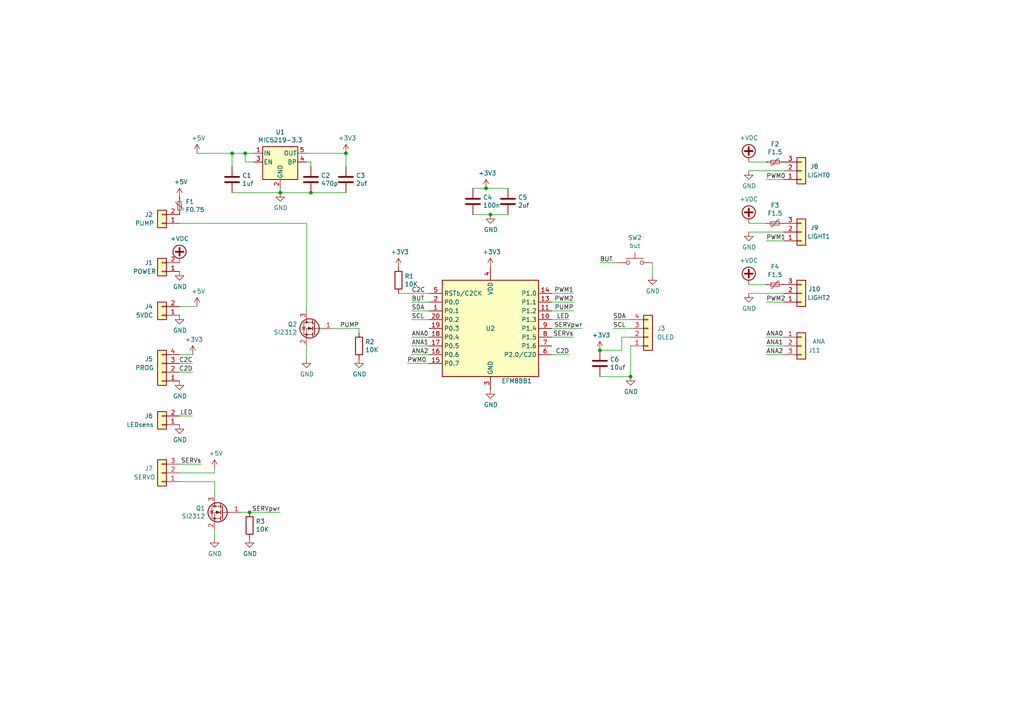
<source format=kicad_sch>
(kicad_sch (version 20230121) (generator eeschema)
  (paper "A4")
  (lib_symbols
    (symbol "AutoWaterLight-rescue:MIC5219-2.8-Regulator_Linear" (pin_names (offset 0.254))
      (property "Reference" "U" (at -3.81 5.715 0))
      (property "Value" "Regulator_Linear_MIC5219-2.8" (at 0 5.715 0))
      (symbol "MIC5219-2.8-Regulator_Linear_0_1"
        (rectangle (start -5.08 4.445) (end 5.08 -5.08) (stroke (width 0.254)) (fill (type background)))
      )
      (symbol "MIC5219-2.8-Regulator_Linear_1_1"
        (pin power_in line (at -7.62 2.54 0) (length 2.54) (name "IN") (number "1"))
        (pin power_in line (at 0 -7.62 90) (length 2.54) (name "GND") (number "2"))
        (pin input line (at -7.62 0 0) (length 2.54) (name "EN") (number "3"))
        (pin input line (at 7.62 0 180) (length 2.54) (name "BP") (number "4"))
        (pin power_out line (at 7.62 2.54 180) (length 2.54) (name "OUT") (number "5"))
      )
    )
    (symbol "Connector_Generic:Conn_01x02" (pin_names (offset 1.016) hide)
      (property "Reference" "J" (at 0 2.54 0))
      (property "Value" "Conn_01x02" (at 0 -5.08 0))
      (symbol "Conn_01x02_1_1"
        (rectangle (start -1.27 -2.413) (end 0 -2.667) (stroke (width 0.1524)))
        (rectangle (start -1.27 0.127) (end 0 -0.127) (stroke (width 0.1524)))
        (rectangle (start -1.27 1.27) (end 1.27 -3.81) (stroke (width 0.254)) (fill (type background)))
        (pin passive line (at -5.08 0 0) (length 3.81) (name "Pin_1") (number "1"))
        (pin passive line (at -5.08 -2.54 0) (length 3.81) (name "Pin_2") (number "2"))
      )
    )
    (symbol "Connector_Generic:Conn_01x03" (pin_names (offset 1.016) hide)
      (property "Reference" "J" (at 0 5.08 0))
      (property "Value" "Conn_01x03" (at 0 -5.08 0))
      (symbol "Conn_01x03_1_1"
        (rectangle (start -1.27 -2.413) (end 0 -2.667) (stroke (width 0.1524)))
        (rectangle (start -1.27 0.127) (end 0 -0.127) (stroke (width 0.1524)))
        (rectangle (start -1.27 2.667) (end 0 2.413) (stroke (width 0.1524)))
        (rectangle (start -1.27 3.81) (end 1.27 -3.81) (stroke (width 0.254)) (fill (type background)))
        (pin passive line (at -5.08 2.54 0) (length 3.81) (name "Pin_1") (number "1"))
        (pin passive line (at -5.08 0 0) (length 3.81) (name "Pin_2") (number "2"))
        (pin passive line (at -5.08 -2.54 0) (length 3.81) (name "Pin_3") (number "3"))
      )
    )
    (symbol "Connector_Generic:Conn_01x04" (pin_names (offset 1.016) hide)
      (property "Reference" "J" (at 0 5.08 0))
      (property "Value" "Conn_01x04" (at 0 -7.62 0))
      (symbol "Conn_01x04_1_1"
        (rectangle (start -1.27 -4.953) (end 0 -5.207) (stroke (width 0.1524)))
        (rectangle (start -1.27 -2.413) (end 0 -2.667) (stroke (width 0.1524)))
        (rectangle (start -1.27 0.127) (end 0 -0.127) (stroke (width 0.1524)))
        (rectangle (start -1.27 2.667) (end 0 2.413) (stroke (width 0.1524)))
        (rectangle (start -1.27 3.81) (end 1.27 -6.35) (stroke (width 0.254)) (fill (type background)))
        (pin passive line (at -5.08 2.54 0) (length 3.81) (name "Pin_1") (number "1"))
        (pin passive line (at -5.08 0 0) (length 3.81) (name "Pin_2") (number "2"))
        (pin passive line (at -5.08 -2.54 0) (length 3.81) (name "Pin_3") (number "3"))
        (pin passive line (at -5.08 -5.08 0) (length 3.81) (name "Pin_4") (number "4"))
      )
    )
    (symbol "Device:C" (pin_numbers hide) (pin_names (offset 0.254))
      (property "Reference" "C" (at 0.635 2.54 0))
      (property "Value" "C" (at 0.635 -2.54 0))
      (symbol "C_0_1"
        (polyline (pts (xy -2.032 -0.762) (xy 2.032 -0.762)) (stroke (width 0.508)))
        (polyline (pts (xy -2.032 0.762) (xy 2.032 0.762)) (stroke (width 0.508)))
      )
      (symbol "C_1_1"
        (pin passive line (at 0 3.81 270) (length 2.794) (name "~") (number "1"))
        (pin passive line (at 0 -3.81 90) (length 2.794) (name "~") (number "2"))
      )
    )
    (symbol "Device:Polyfuse_Small" (pin_numbers hide) (pin_names (offset 0))
      (property "Reference" "F" (at -1.905 0 90))
      (property "Value" "Polyfuse_Small" (at 1.905 0 90))
      (symbol "Polyfuse_Small_0_1"
        (rectangle (start -0.508 1.27) (end 0.508 -1.27))
        (polyline (pts (xy 0 2.54) (xy 0 -2.54)))
        (polyline (pts (xy -1.016 1.27) (xy -1.016 0.762) (xy 1.016 -0.762) (xy 1.016 -1.27)))
      )
      (symbol "Polyfuse_Small_1_1"
        (pin passive line (at 0 2.54 270) (length 0.635) (name "~") (number "1"))
        (pin passive line (at 0 -2.54 90) (length 0.635) (name "~") (number "2"))
      )
    )
    (symbol "Device:Q_NMOS_GSD" (pin_names (offset 0) hide)
      (property "Reference" "Q" (at 5.08 1.27 0))
      (property "Value" "Q_NMOS_GSD" (at 5.08 -1.27 0))
      (symbol "Q_NMOS_GSD_0_1"
        (polyline (pts (xy 0.254 0) (xy -2.54 0)))
        (polyline (pts (xy 0.254 1.905) (xy 0.254 -1.905)) (stroke (width 0.254)))
        (polyline (pts (xy 0.762 -1.27) (xy 0.762 -2.286)) (stroke (width 0.254)))
        (polyline (pts (xy 0.762 0.508) (xy 0.762 -0.508)) (stroke (width 0.254)))
        (polyline (pts (xy 0.762 2.286) (xy 0.762 1.27)) (stroke (width 0.254)))
        (polyline (pts (xy 2.54 2.54) (xy 2.54 1.778)))
        (polyline (pts (xy 2.54 -2.54) (xy 2.54 0) (xy 0.762 0)))
        (polyline (pts (xy 0.762 -1.778) (xy 3.302 -1.778) (xy 3.302 1.778) (xy 0.762 1.778)))
        (polyline (pts (xy 1.016 0) (xy 2.032 0.381) (xy 2.032 -0.381) (xy 1.016 0)) (fill (type outline)))
        (polyline (pts (xy 2.794 0.508) (xy 2.921 0.381) (xy 3.683 0.381) (xy 3.81 0.254)))
        (polyline (pts (xy 3.302 0.381) (xy 2.921 -0.254) (xy 3.683 -0.254) (xy 3.302 0.381)))
        (circle (center 1.651 0) (radius 2.794) (stroke (width 0.254)))
        (circle (center 2.54 -1.778) (radius 0.254) (fill (type outline)))
        (circle (center 2.54 1.778) (radius 0.254) (fill (type outline)))
      )
      (symbol "Q_NMOS_GSD_1_1"
        (pin input line (at -5.08 0 0) (length 2.54) (name "G") (number "1"))
        (pin passive line (at 2.54 -5.08 90) (length 2.54) (name "S") (number "2"))
        (pin passive line (at 2.54 5.08 270) (length 2.54) (name "D") (number "3"))
      )
    )
    (symbol "Device:R" (pin_numbers hide) (pin_names (offset 0))
      (property "Reference" "R" (at 2.032 0 90))
      (property "Value" "R" (at 0 0 90))
      (symbol "R_0_1"
        (rectangle (start -1.016 -2.54) (end 1.016 2.54) (stroke (width 0.254)))
      )
      (symbol "R_1_1"
        (pin passive line (at 0 3.81 270) (length 1.27) (name "~") (number "1"))
        (pin passive line (at 0 -3.81 90) (length 1.27) (name "~") (number "2"))
      )
    )
    (symbol "MCU_SiliconLabs:EFM8BB10F4G-A-QFN20"
      (property "Reference" "U" (at -13.97 15.24 0))
      (property "Value" "EFM8BB10F4G-A-QFN20" (at 1.27 15.24 0))
      (symbol "EFM8BB10F4G-A-QFN20_0_1"
        (rectangle (start -13.97 13.97) (end 13.97 -13.97) (stroke (width 0.254)) (fill (type background)))
        (pin bidirectional line (at -17.78 5.08 0) (length 3.81) (name "P0.1") (number "1"))
        (pin bidirectional line (at 17.78 2.54 180) (length 3.81) (name "P1.3") (number "10"))
        (pin bidirectional line (at 17.78 5.08 180) (length 3.81) (name "P1.2") (number "11"))
        (pin passive line (at 0 -17.78 90) (length 3.81) hide (name "GND") (number "12"))
        (pin bidirectional line (at 17.78 7.62 180) (length 3.81) (name "P1.1") (number "13"))
        (pin bidirectional line (at 17.78 10.16 180) (length 3.81) (name "P1.0") (number "14"))
        (pin bidirectional line (at -17.78 -10.16 0) (length 3.81) (name "P0.7") (number "15"))
        (pin bidirectional line (at -17.78 -7.62 0) (length 3.81) (name "P0.6") (number "16"))
        (pin bidirectional line (at -17.78 -5.08 0) (length 3.81) (name "P0.5") (number "17"))
        (pin bidirectional line (at -17.78 -2.54 0) (length 3.81) (name "P0.4") (number "18"))
        (pin bidirectional line (at -17.78 0 0) (length 3.81) (name "P0.3") (number "19"))
        (pin bidirectional line (at -17.78 7.62 0) (length 3.81) (name "P0.0") (number "2"))
        (pin bidirectional line (at -17.78 2.54 0) (length 3.81) (name "P0.2") (number "20"))
        (pin passive line (at 0 -17.78 90) (length 3.81) hide (name "GND") (number "21"))
        (pin power_in line (at 0 -17.78 90) (length 3.81) (name "GND") (number "3"))
        (pin power_in line (at 0 17.78 270) (length 3.81) (name "VDD") (number "4"))
        (pin input line (at -17.78 10.16 0) (length 3.81) (name "RSTb/C2CK") (number "5"))
        (pin bidirectional line (at 17.78 -7.62 180) (length 3.81) (name "P2.0/C2D") (number "6"))
        (pin bidirectional line (at 17.78 -5.08 180) (length 3.81) (name "P1.6") (number "7"))
        (pin bidirectional line (at 17.78 -2.54 180) (length 3.81) (name "P1.5") (number "8"))
        (pin bidirectional line (at 17.78 0 180) (length 3.81) (name "P1.4") (number "9"))
      )
    )
    (symbol "Switch:SW_Push" (pin_numbers hide) (pin_names (offset 1.016) hide)
      (property "Reference" "SW" (at 1.27 2.54 0))
      (property "Value" "SW_Push" (at 0 -1.524 0))
      (symbol "SW_Push_0_1"
        (circle (center -2.032 0) (radius 0.508))
        (polyline (pts (xy 0 1.27) (xy 0 3.048)))
        (polyline (pts (xy 2.54 1.27) (xy -2.54 1.27)))
        (circle (center 2.032 0) (radius 0.508))
        (pin passive line (at -5.08 0 0) (length 2.54) (name "1") (number "1"))
        (pin passive line (at 5.08 0 180) (length 2.54) (name "2") (number "2"))
      )
    )
    (symbol "power:+3V3" (power) (pin_names (offset 0))
      (property "Value" "+3V3" (at 0 3.556 0))
      (symbol "+3V3_0_1"
        (polyline (pts (xy -0.762 1.27) (xy 0 2.54)))
        (polyline (pts (xy 0 0) (xy 0 2.54)))
        (polyline (pts (xy 0 2.54) (xy 0.762 1.27)))
      )
      (symbol "+3V3_1_1"
        (pin power_in line (at 0 0 90) (length 0) hide (name "+3V3") (number "1"))
      )
    )
    (symbol "power:+5V" (power) (pin_names (offset 0))
      (property "Value" "+5V" (at 0 3.556 0))
      (symbol "+5V_0_1"
        (polyline (pts (xy -0.762 1.27) (xy 0 2.54)))
        (polyline (pts (xy 0 0) (xy 0 2.54)))
        (polyline (pts (xy 0 2.54) (xy 0.762 1.27)))
      )
      (symbol "+5V_1_1"
        (pin power_in line (at 0 0 90) (length 0) hide (name "+5V") (number "1"))
      )
    )
    (symbol "power:+VDC" (power) (pin_names (offset 0))
      (property "Value" "+VDC" (at 0 6.35 0))
      (symbol "+VDC_0_1"
        (polyline (pts (xy -1.143 3.175) (xy 1.143 3.175)) (stroke (width 0.508)))
        (polyline (pts (xy 0 0) (xy 0 1.27)))
        (polyline (pts (xy 0 2.032) (xy 0 4.318)) (stroke (width 0.508)))
        (circle (center 0 3.175) (radius 1.905) (stroke (width 0.254)))
      )
      (symbol "+VDC_1_1"
        (pin power_in line (at 0 0 90) (length 0) hide (name "+VDC") (number "1"))
      )
    )
    (symbol "power:GND" (power) (pin_names (offset 0))
      (property "Value" "GND" (at 0 -3.81 0))
      (symbol "GND_0_1"
        (polyline (pts (xy 0 0) (xy 0 -1.27) (xy 1.27 -1.27) (xy 0 -2.54) (xy -1.27 -1.27) (xy 0 -1.27)))
      )
      (symbol "GND_1_1"
        (pin power_in line (at 0 0 270) (length 0) hide (name "GND") (number "1"))
      )
    )
  )
  (junction (at 100.33 44.45))
  (junction (at 142.24 62.23))
  (junction (at 72.39 148.59))
  (junction (at 90.17 55.88))
  (junction (at 71.12 44.45))
  (junction (at 173.99 101.6))
  (junction (at 140.97 54.61))
  (junction (at 182.88 109.22))
  (junction (at 67.31 44.45))
  (junction (at 81.28 55.88))
  (wire (pts (xy 73.66 46.99) (xy 71.12 46.99)))
  (wire (pts (xy 52.07 120.65) (xy 55.88 120.65)))
  (wire (pts (xy 222.25 64.77) (xy 217.17 64.77)))
  (wire (pts (xy 124.46 102.87) (xy 119.38 102.87)))
  (wire (pts (xy 90.17 55.88) (xy 100.33 55.88)))
  (wire (pts (xy 119.38 92.71) (xy 124.46 92.71)))
  (wire (pts (xy 227.33 87.63) (xy 222.25 87.63)))
  (wire (pts (xy 62.23 153.67) (xy 62.23 156.21)))
  (wire (pts (xy 71.12 44.45) (xy 73.66 44.45)))
  (wire (pts (xy 52.07 64.77) (xy 88.9 64.77)))
  (wire (pts (xy 142.24 62.23) (xy 147.32 62.23)))
  (wire (pts (xy 67.31 55.88) (xy 81.28 55.88)))
  (wire (pts (xy 100.33 48.26) (xy 100.33 44.45)))
  (wire (pts (xy 140.97 54.61) (xy 147.32 54.61)))
  (wire (pts (xy 227.33 69.85) (xy 222.25 69.85)))
  (wire (pts (xy 124.46 85.09) (xy 115.57 85.09)))
  (wire (pts (xy 173.99 101.6) (xy 180.34 101.6)))
  (wire (pts (xy 52.07 134.62) (xy 58.42 134.62)))
  (wire (pts (xy 165.1 102.87) (xy 160.02 102.87)))
  (wire (pts (xy 227.33 67.31) (xy 217.17 67.31)))
  (wire (pts (xy 81.28 54.61) (xy 81.28 55.88)))
  (wire (pts (xy 69.85 148.59) (xy 72.39 148.59)))
  (wire (pts (xy 222.25 46.99) (xy 217.17 46.99)))
  (wire (pts (xy 160.02 90.17) (xy 166.37 90.17)))
  (wire (pts (xy 227.33 102.87) (xy 222.25 102.87)))
  (wire (pts (xy 137.16 54.61) (xy 140.97 54.61)))
  (wire (pts (xy 52.07 105.41) (xy 55.88 105.41)))
  (wire (pts (xy 137.16 62.23) (xy 142.24 62.23)))
  (wire (pts (xy 182.88 100.33) (xy 182.88 109.22)))
  (wire (pts (xy 124.46 100.33) (xy 119.38 100.33)))
  (wire (pts (xy 227.33 49.53) (xy 217.17 49.53)))
  (wire (pts (xy 160.02 87.63) (xy 166.37 87.63)))
  (wire (pts (xy 62.23 137.16) (xy 62.23 135.89)))
  (wire (pts (xy 180.34 97.79) (xy 182.88 97.79)))
  (wire (pts (xy 182.88 92.71) (xy 177.8 92.71)))
  (wire (pts (xy 57.15 44.45) (xy 67.31 44.45)))
  (wire (pts (xy 160.02 97.79) (xy 166.37 97.79)))
  (wire (pts (xy 88.9 104.14) (xy 88.9 100.33)))
  (wire (pts (xy 160.02 95.25) (xy 168.91 95.25)))
  (wire (pts (xy 67.31 44.45) (xy 71.12 44.45)))
  (wire (pts (xy 96.52 95.25) (xy 104.14 95.25)))
  (wire (pts (xy 67.31 48.26) (xy 67.31 44.45)))
  (wire (pts (xy 88.9 64.77) (xy 88.9 90.17)))
  (wire (pts (xy 104.14 95.25) (xy 104.14 96.52)))
  (wire (pts (xy 160.02 85.09) (xy 166.37 85.09)))
  (wire (pts (xy 124.46 90.17) (xy 119.38 90.17)))
  (wire (pts (xy 189.23 76.2) (xy 189.23 80.01)))
  (wire (pts (xy 62.23 139.7) (xy 52.07 139.7)))
  (wire (pts (xy 222.25 82.55) (xy 217.17 82.55)))
  (wire (pts (xy 52.07 137.16) (xy 62.23 137.16)))
  (wire (pts (xy 124.46 87.63) (xy 119.38 87.63)))
  (wire (pts (xy 119.38 97.79) (xy 124.46 97.79)))
  (wire (pts (xy 52.07 88.9) (xy 57.15 88.9)))
  (wire (pts (xy 182.88 95.25) (xy 177.8 95.25)))
  (wire (pts (xy 55.88 107.95) (xy 52.07 107.95)))
  (wire (pts (xy 62.23 139.7) (xy 62.23 143.51)))
  (wire (pts (xy 124.46 105.41) (xy 118.11 105.41)))
  (wire (pts (xy 88.9 46.99) (xy 90.17 46.99)))
  (wire (pts (xy 222.25 97.79) (xy 227.33 97.79)))
  (wire (pts (xy 182.88 109.22) (xy 173.99 109.22)))
  (wire (pts (xy 160.02 92.71) (xy 165.1 92.71)))
  (wire (pts (xy 227.33 100.33) (xy 222.25 100.33)))
  (wire (pts (xy 227.33 85.09) (xy 217.17 85.09)))
  (wire (pts (xy 227.33 52.07) (xy 222.25 52.07)))
  (wire (pts (xy 88.9 44.45) (xy 100.33 44.45)))
  (wire (pts (xy 90.17 46.99) (xy 90.17 48.26)))
  (wire (pts (xy 52.07 102.87) (xy 55.88 102.87)))
  (wire (pts (xy 180.34 101.6) (xy 180.34 97.79)))
  (wire (pts (xy 81.28 55.88) (xy 90.17 55.88)))
  (wire (pts (xy 71.12 46.99) (xy 71.12 44.45)))
  (wire (pts (xy 179.07 76.2) (xy 173.99 76.2)))
  (wire (pts (xy 72.39 148.59) (xy 81.28 148.59)))
  (label "ANA1" (at 119.38 100.33 0))
  (label "PUMP" (at 104.14 95.25 180))
  (label "SERVpwr" (at 81.28 148.59 180))
  (label "ANA0" (at 119.38 97.79 0))
  (label "SCL" (at 177.8 95.25 0))
  (label "ANA0" (at 222.25 97.79 0))
  (label "ANA1" (at 222.25 100.33 0))
  (label "SERVs" (at 166.37 97.79 180))
  (label "PWM2" (at 222.25 87.63 0))
  (label "ANA2" (at 222.25 102.87 0))
  (label "SCL" (at 119.38 92.71 0))
  (label "C2C" (at 55.88 105.41 180))
  (label "PWM0" (at 118.11 105.41 0))
  (label "SDA" (at 119.38 90.17 0))
  (label "C2D" (at 165.1 102.87 180))
  (label "C2C" (at 119.38 85.09 0))
  (label "PWM1" (at 166.37 85.09 180))
  (label "LED" (at 165.1 92.71 180))
  (label "PUMP" (at 166.37 90.17 180))
  (label "ANA2" (at 119.38 102.87 0))
  (label "BUT" (at 173.99 76.2 0))
  (label "SERVpwr" (at 168.91 95.25 180))
  (label "LED" (at 55.88 120.65 180))
  (label "SDA" (at 177.8 92.71 0))
  (label "PWM1" (at 222.25 69.85 0))
  (label "SERVs" (at 58.42 134.62 180))
  (label "C2D" (at 55.88 107.95 180))
  (label "BUT" (at 119.38 87.63 0))
  (label "PWM0" (at 222.25 52.07 0))
  (label "PWM2" (at 166.37 87.63 180))
  (symbol (lib_id "MCU_SiliconLabs:EFM8BB10F4G-A-QFN20") (at 142.24 95.25 0) (unit 1)
    (property "Reference" "U2" (at 142.24 95.25 0))
    (property "Value" "EFM8BB1" (at 149.86 110.49 0))
    (property "Footprint" "KiCadCustomLibs:QFN20" (effects hide))
    (property "Datasheet" "https://www.silabs.com/documents/public/data-sheets/efm8bb1-datasheet.pdf" (effects hide))
  )
  (symbol (lib_id "power:GND") (at 142.24 113.03 0) (unit 1)
    (property "Reference" "#PWR0101" (effects hide))
    (property "Value" "GND" (at 142.367 117.4242 0))
  )
  (symbol (lib_id "AutoWaterLight-rescue:MIC5219-2.8-Regulator_Linear") (at 81.28 46.99 0) (unit 1)
    (property "Reference" "U1" (at 81.28 38.3032 0))
    (property "Value" "MIC5219-3.3" (at 81.28 40.6146 0))
    (property "Footprint" "TO_SOT_Packages_SMD:SOT-23-5" (effects hide))
    (property "Datasheet" "http://ww1.microchip.com/downloads/en/devicedoc/mic5219.pdf" (effects hide))
  )
  (symbol (lib_id "Device:C") (at 90.17 52.07 0) (unit 1)
    (property "Reference" "C2" (at 93.091 50.9016 0) (effects (justify left)))
    (property "Value" "470p" (at 93.091 53.213 0) (effects (justify left)))
    (property "Footprint" "Capacitors_SMD:C_0603" (effects hide))
  )
  (symbol (lib_id "Device:C") (at 100.33 52.07 0) (unit 1)
    (property "Reference" "C3" (at 103.251 50.9016 0) (effects (justify left)))
    (property "Value" "2uf" (at 103.251 53.213 0) (effects (justify left)))
    (property "Footprint" "Capacitors_SMD:C_0603" (effects hide))
  )
  (symbol (lib_id "Device:C") (at 67.31 52.07 0) (unit 1)
    (property "Reference" "C1" (at 70.231 50.9016 0) (effects (justify left)))
    (property "Value" "1uf" (at 70.231 53.213 0) (effects (justify left)))
    (property "Footprint" "Capacitors_SMD:C_0603" (effects hide))
  )
  (symbol (lib_id "power:GND") (at 81.28 55.88 0) (unit 1)
    (property "Reference" "#PWR0105" (effects hide))
    (property "Value" "GND" (at 81.407 60.2742 0))
  )
  (symbol (lib_id "Device:C") (at 147.32 58.42 0) (unit 1)
    (property "Reference" "C5" (at 150.241 57.2516 0) (effects (justify left)))
    (property "Value" "2uf" (at 150.241 59.563 0) (effects (justify left)))
    (property "Footprint" "Capacitors_SMD:C_0603" (effects hide))
  )
  (symbol (lib_id "Device:C") (at 137.16 58.42 0) (unit 1)
    (property "Reference" "C4" (at 140.081 57.2516 0) (effects (justify left)))
    (property "Value" "100n" (at 140.081 59.563 0) (effects (justify left)))
    (property "Footprint" "Capacitors_SMD:C_0603" (effects hide))
  )
  (symbol (lib_id "power:GND") (at 142.24 62.23 0) (unit 1)
    (property "Reference" "#PWR0107" (effects hide))
    (property "Value" "GND" (at 142.367 66.6242 0))
  )
  (symbol (lib_id "Device:R") (at 115.57 81.28 0) (unit 1)
    (property "Reference" "R1" (at 117.348 80.1116 0) (effects (justify left)))
    (property "Value" "10K" (at 117.348 82.423 0) (effects (justify left)))
    (property "Footprint" "Resistors_SMD:R_0603" (effects hide))
  )
  (symbol (lib_id "Connector_Generic:Conn_01x04") (at 187.96 97.79 0) (mirror x) (unit 1)
    (property "Reference" "J3" (at 191.77 95.25 0))
    (property "Value" "OLED" (at 193.04 97.79 0))
    (property "Footprint" "Pin_Headers:Pin_Header_Straight_1x04_Pitch2.54mm" (effects hide))
  )
  (symbol (lib_id "power:GND") (at 182.88 109.22 0) (unit 1)
    (property "Reference" "#PWR0109" (effects hide))
    (property "Value" "GND" (at 183.007 113.6142 0))
  )
  (symbol (lib_id "Device:R") (at 104.14 100.33 0) (unit 1)
    (property "Reference" "R2" (at 105.918 99.1616 0) (effects (justify left)))
    (property "Value" "10K" (at 105.918 101.473 0) (effects (justify left)))
    (property "Footprint" "Resistors_SMD:R_0603" (effects hide))
  )
  (symbol (lib_id "power:GND") (at 104.14 104.14 0) (unit 1)
    (property "Reference" "#PWR0111" (effects hide))
    (property "Value" "GND" (at 104.267 108.5342 0))
  )
  (symbol (lib_id "Switch:SW_Push") (at 184.15 76.2 0) (unit 1)
    (property "Reference" "SW2" (at 184.15 68.961 0))
    (property "Value" "but" (at 184.15 71.2724 0))
    (property "Footprint" "KiCadCustomLibs:POWER2PIN_2" (effects hide))
  )
  (symbol (lib_id "power:GND") (at 189.23 80.01 0) (unit 1)
    (property "Reference" "#PWR0112" (effects hide))
    (property "Value" "GND" (at 189.357 84.4042 0))
  )
  (symbol (lib_id "Connector_Generic:Conn_01x02") (at 46.99 78.74 180) (unit 1)
    (property "Reference" "J1" (at 43.18 76.2 0))
    (property "Value" "POWER" (at 41.91 78.74 0))
    (property "Footprint" "KiCadCustomLibs:Conn_Power" (effects hide))
  )
  (symbol (lib_id "power:GND") (at 52.07 78.74 0) (unit 1)
    (property "Reference" "#PWR0113" (effects hide))
    (property "Value" "GND" (at 52.197 83.1342 0))
  )
  (symbol (lib_id "power:GND") (at 52.07 110.49 0) (unit 1)
    (property "Reference" "#PWR0115" (effects hide))
    (property "Value" "GND" (at 52.197 114.8842 0))
  )
  (symbol (lib_id "power:GND") (at 88.9 104.14 0) (unit 1)
    (property "Reference" "#PWR0102" (effects hide))
    (property "Value" "GND" (at 89.027 108.5342 0))
  )
  (symbol (lib_id "Device:Q_NMOS_GSD") (at 91.44 95.25 0) (mirror y) (unit 1)
    (property "Reference" "Q2" (at 86.2076 94.0816 0) (effects (justify left)))
    (property "Value" "SI2312" (at 86.2076 96.393 0) (effects (justify left)))
    (property "Footprint" "TO_SOT_Packages_SMD:SOT-23" (effects hide))
  )
  (symbol (lib_id "power:+3V3") (at 100.33 44.45 0) (unit 1)
    (property "Reference" "#PWR0103" (effects hide))
    (property "Value" "+3V3" (at 100.711 40.0558 0))
  )
  (symbol (lib_id "power:+3V3") (at 140.97 54.61 0) (unit 1)
    (property "Reference" "#PWR0104" (effects hide))
    (property "Value" "+3V3" (at 141.351 50.2158 0))
  )
  (symbol (lib_id "power:+3V3") (at 142.24 77.47 0) (unit 1)
    (property "Reference" "#PWR0106" (effects hide))
    (property "Value" "+3V3" (at 142.621 73.0758 0))
  )
  (symbol (lib_id "power:+3V3") (at 115.57 77.47 0) (unit 1)
    (property "Reference" "#PWR0108" (effects hide))
    (property "Value" "+3V3" (at 115.951 73.0758 0))
  )
  (symbol (lib_id "power:+3V3") (at 55.88 102.87 0) (unit 1)
    (property "Reference" "#PWR0110" (effects hide))
    (property "Value" "+3V3" (at 56.261 98.4758 0))
  )
  (symbol (lib_id "Connector_Generic:Conn_01x02") (at 46.99 64.77 180) (unit 1)
    (property "Reference" "J2" (at 43.18 62.23 0))
    (property "Value" "PUMP" (at 41.91 64.77 0))
    (property "Footprint" "KiCadCustomLibs:Conn_1x02_2.54_0.9mm" (effects hide))
  )
  (symbol (lib_id "Device:Polyfuse_Small") (at 224.79 46.99 270) (unit 1)
    (property "Reference" "F2" (at 224.79 41.783 90))
    (property "Value" "F1.5" (at 224.79 44.0944 90))
    (property "Footprint" "Resistors_SMD:R_1812" (effects hide))
  )
  (symbol (lib_id "Device:Polyfuse_Small") (at 224.79 64.77 270) (unit 1)
    (property "Reference" "F3" (at 224.79 59.563 90))
    (property "Value" "F1.5" (at 224.79 61.8744 90))
    (property "Footprint" "Resistors_SMD:R_1812" (effects hide))
  )
  (symbol (lib_id "power:+VDC") (at 52.07 76.2 0) (unit 1)
    (property "Reference" "#PWR0114" (effects hide))
    (property "Value" "+VDC" (at 52.07 69.215 0))
  )
  (symbol (lib_id "Device:Polyfuse_Small") (at 224.79 82.55 270) (unit 1)
    (property "Reference" "F4" (at 224.79 77.343 90))
    (property "Value" "F1.5" (at 224.79 79.6544 90))
    (property "Footprint" "Resistors_SMD:R_1812" (effects hide))
  )
  (symbol (lib_id "Device:Polyfuse_Small") (at 52.07 59.69 180) (unit 1)
    (property "Reference" "F1" (at 53.7972 58.5216 0) (effects (justify right)))
    (property "Value" "F0.75" (at 53.7972 60.833 0) (effects (justify right)))
    (property "Footprint" "Resistors_SMD:R_1812" (effects hide))
  )
  (symbol (lib_id "power:+3V3") (at 173.99 101.6 0) (unit 1)
    (property "Reference" "#PWR0116" (effects hide))
    (property "Value" "+3V3" (at 174.371 97.2058 0))
  )
  (symbol (lib_id "Device:C") (at 173.99 105.41 0) (unit 1)
    (property "Reference" "C6" (at 176.911 104.2416 0) (effects (justify left)))
    (property "Value" "10uf" (at 176.911 106.553 0) (effects (justify left)))
    (property "Footprint" "Capacitors_SMD:C_0603" (effects hide))
  )
  (symbol (lib_id "Connector_Generic:Conn_01x02") (at 46.99 123.19 180) (unit 1)
    (property "Reference" "J6" (at 43.18 120.65 0))
    (property "Value" "LEDsens" (at 40.64 123.19 0))
    (property "Footprint" "KiCadCustomLibs:Conn_1x02_2.54_0.9mm" (effects hide))
  )
  (symbol (lib_id "power:GND") (at 52.07 123.19 0) (unit 1)
    (property "Reference" "#PWR0117" (effects hide))
    (property "Value" "GND" (at 52.197 127.5842 0))
  )
  (symbol (lib_id "Device:Q_NMOS_GSD") (at 64.77 148.59 0) (mirror y) (unit 1)
    (property "Reference" "Q1" (at 59.5376 147.4216 0) (effects (justify left)))
    (property "Value" "SI2312" (at 59.5376 149.733 0) (effects (justify left)))
    (property "Footprint" "TO_SOT_Packages_SMD:SOT-23" (effects hide))
  )
  (symbol (lib_id "power:GND") (at 62.23 156.21 0) (unit 1)
    (property "Reference" "#PWR0118" (effects hide))
    (property "Value" "GND" (at 62.357 160.6042 0))
  )
  (symbol (lib_id "Device:R") (at 72.39 152.4 0) (unit 1)
    (property "Reference" "R3" (at 74.168 151.2316 0) (effects (justify left)))
    (property "Value" "10K" (at 74.168 153.543 0) (effects (justify left)))
    (property "Footprint" "Resistors_SMD:R_0603" (effects hide))
  )
  (symbol (lib_id "power:GND") (at 72.39 156.21 0) (unit 1)
    (property "Reference" "#PWR0119" (effects hide))
    (property "Value" "GND" (at 72.517 160.6042 0))
  )
  (symbol (lib_id "power:+5V") (at 57.15 44.45 0) (unit 1)
    (property "Reference" "#PWR0120" (effects hide))
    (property "Value" "+5V" (at 57.531 40.0558 0))
  )
  (symbol (lib_id "power:+5V") (at 62.23 135.89 0) (unit 1)
    (property "Reference" "#PWR0121" (effects hide))
    (property "Value" "+5V" (at 62.611 131.4958 0))
  )
  (symbol (lib_id "Connector_Generic:Conn_01x03") (at 46.99 137.16 180) (unit 1)
    (property "Reference" "J7" (at 43.18 135.89 0))
    (property "Value" "SERVO" (at 41.91 138.43 0))
    (property "Footprint" "KiCadCustomLibs:Conn_1x03_2.54mm" (effects hide))
  )
  (symbol (lib_id "Connector_Generic:Conn_01x04") (at 46.99 107.95 180) (unit 1)
    (property "Reference" "J5" (at 43.18 104.14 0))
    (property "Value" "PROG" (at 41.91 106.68 0))
    (property "Footprint" "Connectors_Molex:Molex_PicoBlade_53047-0410_04x1.25mm_Straight" (effects hide))
  )
  (symbol (lib_id "power:+5V") (at 52.07 57.15 0) (unit 1)
    (property "Reference" "#PWR0122" (effects hide))
    (property "Value" "+5V" (at 52.451 52.7558 0))
  )
  (symbol (lib_id "power:GND") (at 52.07 91.44 0) (unit 1)
    (property "Reference" "#PWR0123" (effects hide))
    (property "Value" "GND" (at 52.197 95.8342 0))
  )
  (symbol (lib_id "Connector_Generic:Conn_01x02") (at 46.99 91.44 180) (unit 1)
    (property "Reference" "J4" (at 43.18 88.9 0))
    (property "Value" "5VDC" (at 41.91 91.44 0))
    (property "Footprint" "KiCadCustomLibs:Conn_1x02_2.54_0.9mm" (effects hide))
  )
  (symbol (lib_id "power:+5V") (at 57.15 88.9 0) (unit 1)
    (property "Reference" "#PWR0124" (effects hide))
    (property "Value" "+5V" (at 57.531 84.5058 0))
  )
  (symbol (lib_id "Connector_Generic:Conn_01x03") (at 232.41 49.53 0) (mirror x) (unit 1)
    (property "Reference" "J8" (at 236.22 48.26 0))
    (property "Value" "LIGHT0" (at 237.49 50.8 0))
    (property "Footprint" "KiCadCustomLibs:Conn_1x03_2.54mm" (effects hide))
  )
  (symbol (lib_id "power:GND") (at 217.17 49.53 0) (unit 1)
    (property "Reference" "#PWR0125" (effects hide))
    (property "Value" "GND" (at 217.297 53.9242 0))
  )
  (symbol (lib_id "power:+VDC") (at 217.17 46.99 0) (unit 1)
    (property "Reference" "#PWR0126" (effects hide))
    (property "Value" "+VDC" (at 217.17 40.005 0))
  )
  (symbol (lib_id "Connector_Generic:Conn_01x03") (at 232.41 67.31 0) (mirror x) (unit 1)
    (property "Reference" "J9" (at 236.22 66.04 0))
    (property "Value" "LIGHT1" (at 237.49 68.58 0))
    (property "Footprint" "KiCadCustomLibs:Conn_1x03_2.54mm" (effects hide))
  )
  (symbol (lib_id "power:GND") (at 217.17 67.31 0) (unit 1)
    (property "Reference" "#PWR0127" (effects hide))
    (property "Value" "GND" (at 217.297 71.7042 0))
  )
  (symbol (lib_id "power:+VDC") (at 217.17 64.77 0) (unit 1)
    (property "Reference" "#PWR0128" (effects hide))
    (property "Value" "+VDC" (at 217.17 57.785 0))
  )
  (symbol (lib_id "Connector_Generic:Conn_01x03") (at 232.41 85.09 0) (mirror x) (unit 1)
    (property "Reference" "J10" (at 236.22 83.82 0))
    (property "Value" "LIGHT2" (at 237.49 86.36 0))
    (property "Footprint" "KiCadCustomLibs:Conn_1x03_2.54mm" (effects hide))
  )
  (symbol (lib_id "power:GND") (at 217.17 85.09 0) (unit 1)
    (property "Reference" "#PWR0129" (effects hide))
    (property "Value" "GND" (at 217.297 89.4842 0))
  )
  (symbol (lib_id "power:+VDC") (at 217.17 82.55 0) (unit 1)
    (property "Reference" "#PWR0130" (effects hide))
    (property "Value" "+VDC" (at 217.17 75.565 0))
  )
  (symbol (lib_id "Connector_Generic:Conn_01x03") (at 232.41 100.33 0) (unit 1)
    (property "Reference" "J11" (at 236.22 101.6 0))
    (property "Value" "ANA" (at 237.49 99.06 0))
    (property "Footprint" "KiCadCustomLibs:PROG-3pin" (effects hide))
  )
)
</source>
